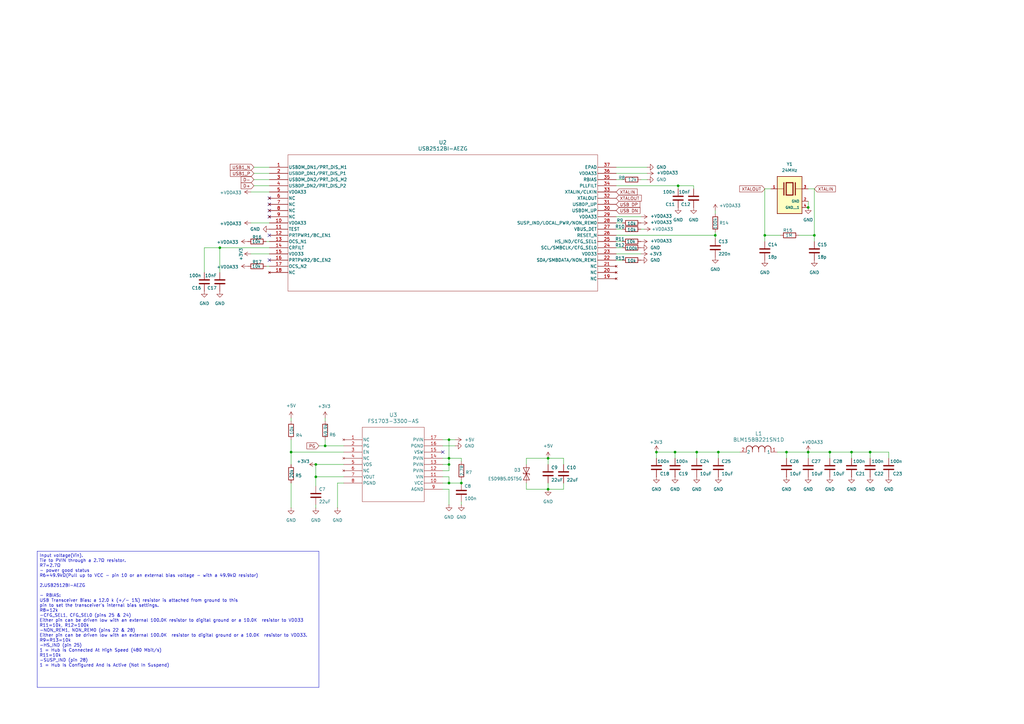
<source format=kicad_sch>
(kicad_sch (version 20231120) (generator "eeschema") (generator_version "8.0")
  (paper "A3")
  (title_block (title "USB_HUB") (date "2024-08-16") (rev "V1.1") (company "USB_HUB"))
  (lib_symbols
    (symbol "+3.3V_4" (power) (pin_names (offset 0))
      (property "Value" "+3.3V" (at 0 3.556 0))
      (symbol "+3.3V_4_0_1"
        (polyline (pts (xy -0.762 1.27) (xy 0 2.54)))
        (polyline (pts (xy 0 0) (xy 0 2.54)))
        (polyline (pts (xy 0 2.54) (xy 0.762 1.27)))
      )
      (symbol "+3.3V_4_1_1"
        (pin power_in line (at 0 0 90) (length 0) hide (name "+3.3V") (number "1"))
      )
    )
    (symbol "BLM15BB221SN1D:BLM15BB221SN1D" (pin_names (offset 0.254))
      (property "Reference" "L" (at 6.985 5.08 0))
      (property "Value" "BLM15BB221SN1D" (at 6.985 -2.54 0))
      (symbol "BLM15BB221SN1D_1_1"
        (polyline (pts (xy 2.54 0) (xy 2.54 1.27)) (stroke (width 0.2032)))
        (polyline (pts (xy 5.08 0) (xy 5.08 1.27)) (stroke (width 0.2032)))
        (polyline (pts (xy 7.62 0) (xy 7.62 1.27)) (stroke (width 0.2032)))
        (polyline (pts (xy 10.16 0) (xy 10.16 1.27)) (stroke (width 0.2032)))
        (polyline (pts (xy 12.7 0) (xy 12.7 1.27)) (stroke (width 0.2032)))
        (arc (start 5.08 1.27) (mid 3.81 2.5344) (end 2.54 1.27) (stroke (width 0.254)))
        (arc (start 7.62 1.27) (mid 6.35 2.5344) (end 5.08 1.27) (stroke (width 0.254)))
        (arc (start 10.16 1.27) (mid 8.89 2.5344) (end 7.62 1.27) (stroke (width 0.254)))
        (arc (start 12.7 1.27) (mid 11.43 2.5344) (end 10.16 1.27) (stroke (width 0.254)))
        (pin unspecified line (at 15.24 0 180) (length 2.54) (name "1") (number "1"))
        (pin unspecified line (at 0 0 0) (length 2.54) (name "2") (number "2"))
      )
      (symbol "BLM15BB221SN1D_1_2"
        (arc (start -1.27 5.08) (mid -2.5344 3.81) (end -1.27 2.54) (stroke (width 0.254)))
        (arc (start -1.27 7.62) (mid -2.5344 6.35) (end -1.27 5.08) (stroke (width 0.254)))
        (arc (start -1.27 10.16) (mid -2.5344 8.89) (end -1.27 7.62) (stroke (width 0.254)))
        (arc (start -1.27 12.7) (mid -2.5344 11.43) (end -1.27 10.16) (stroke (width 0.254)))
        (polyline (pts (xy 0 2.54) (xy -1.27 2.54)) (stroke (width 0.2032)))
        (polyline (pts (xy 0 5.08) (xy -1.27 5.08)) (stroke (width 0.2032)))
        (polyline (pts (xy 0 7.62) (xy -1.27 7.62)) (stroke (width 0.2032)))
        (polyline (pts (xy 0 10.16) (xy -1.27 10.16)) (stroke (width 0.2032)))
        (polyline (pts (xy 0 12.7) (xy -1.27 12.7)) (stroke (width 0.2032)))
        (pin unspecified line (at 0 15.24 270) (length 2.54) (name "1") (number "1"))
        (pin unspecified line (at 0 0 90) (length 2.54) (name "2") (number "2"))
      )
    )
    (symbol "Device:C" (pin_numbers hide) (pin_names (offset 0.254))
      (property "Reference" "C" (at 0.635 2.54 0))
      (property "Value" "C" (at 0.635 -2.54 0))
      (symbol "C_0_1"
        (polyline (pts (xy -2.032 -0.762) (xy 2.032 -0.762)) (stroke (width 0.508)))
        (polyline (pts (xy -2.032 0.762) (xy 2.032 0.762)) (stroke (width 0.508)))
      )
      (symbol "C_1_1"
        (pin passive line (at 0 3.81 270) (length 2.794) (name "~") (number "1"))
        (pin passive line (at 0 -3.81 90) (length 2.794) (name "~") (number "2"))
      )
    )
    (symbol "Device:R" (pin_numbers hide) (pin_names (offset 0))
      (property "Reference" "R" (at 2.032 0 90))
      (property "Value" "R" (at 0 0 90))
      (symbol "R_0_1"
        (rectangle (start -1.016 -2.54) (end 1.016 2.54) (stroke (width 0.254)))
      )
      (symbol "R_1_1"
        (pin passive line (at 0 3.81 270) (length 1.27) (name "~") (number "1"))
        (pin passive line (at 0 -3.81 90) (length 1.27) (name "~") (number "2"))
      )
    )
    (symbol "Diode:ESD9B5.0ST5G" (pin_numbers hide) (pin_names (offset 1.016) hide)
      (property "Reference" "D" (at 0 2.54 0))
      (property "Value" "ESD9B5.0ST5G" (at 0 -2.54 0))
      (symbol "ESD9B5.0ST5G_0_1"
        (polyline (pts (xy 1.27 0) (xy -1.27 0)))
        (polyline (pts (xy -2.54 -1.27) (xy 0 0) (xy -2.54 1.27) (xy -2.54 -1.27)) (stroke (width 0.2032)))
        (polyline (pts (xy 0.508 1.27) (xy 0 1.27) (xy 0 -1.27) (xy -0.508 -1.27)) (stroke (width 0.2032)))
        (polyline (pts (xy 2.54 1.27) (xy 2.54 -1.27) (xy 0 0) (xy 2.54 1.27)) (stroke (width 0.2032)))
      )
      (symbol "ESD9B5.0ST5G_1_1"
        (pin passive line (at -3.81 0 0) (length 2.54) (name "A1") (number "1"))
        (pin passive line (at 3.81 0 180) (length 2.54) (name "A2") (number "2"))
      )
    )
    (symbol "FS1703-3300-AS:FS1703-3300-AS" (pin_names (offset 0.254))
      (property "Reference" "U" (at 20.32 10.16 0))
      (property "Value" "FS1703-3300-AS" (at 20.32 7.62 0))
      (symbol "FS1703-3300-AS_0_1"
        (polyline (pts (xy 7.62 -25.4) (xy 33.02 -25.4)) (stroke (width 0.127)))
        (polyline (pts (xy 7.62 5.08) (xy 7.62 -25.4)) (stroke (width 0.127)))
        (polyline (pts (xy 33.02 -25.4) (xy 33.02 5.08)) (stroke (width 0.127)))
        (polyline (pts (xy 33.02 5.08) (xy 7.62 5.08)) (stroke (width 0.127)))
        (pin no_connect line (at 0 0 0) (length 7.62) (name "NC") (number "1"))
        (pin power_in line (at 40.64 -17.78 180) (length 7.62) (name "VCC") (number "10"))
        (pin power_in line (at 40.64 -15.24 180) (length 7.62) (name "VIN") (number "11"))
        (pin power_in line (at 40.64 -12.7 180) (length 7.62) (name "PVIN") (number "12"))
        (pin power_in line (at 40.64 -10.16 180) (length 7.62) (name "PVIN") (number "13"))
        (pin power_in line (at 40.64 -7.62 180) (length 7.62) (name "PVIN") (number "14"))
        (pin power_in line (at 40.64 -5.08 180) (length 7.62) (name "VSW") (number "15"))
        (pin power_out line (at 40.64 -2.54 180) (length 7.62) (name "PGND") (number "16"))
        (pin power_in line (at 40.64 0 180) (length 7.62) (name "PVIN") (number "17"))
        (pin output line (at 0 -2.54 0) (length 7.62) (name "PG") (number "2"))
        (pin input line (at 0 -5.08 0) (length 7.62) (name "EN") (number "3"))
        (pin no_connect line (at 0 -7.62 0) (length 7.62) (name "NC") (number "4"))
        (pin unspecified line (at 0 -10.16 0) (length 7.62) (name "VOS") (number "5"))
        (pin no_connect line (at 0 -12.7 0) (length 7.62) (name "NC") (number "6"))
        (pin output line (at 0 -15.24 0) (length 7.62) (name "VOUT") (number "7"))
        (pin power_out line (at 0 -17.78 0) (length 7.62) (name "PGND") (number "8"))
        (pin power_out line (at 40.64 -20.32 180) (length 7.62) (name "AGND") (number "9"))
      )
    )
    (symbol "L327S240P11L:TSX-3225_40.0000MF20X-K0" (pin_names (offset 1.016))
      (property "Reference" "Y" (at -5.0878 6.3559 0))
      (property "Value" "TSX-3225_40.0000MF20X-K0" (at -5.0944 -12.7 0))
      (symbol "TSX-3225_40.0000MF20X-K0_0_0"
        (rectangle (start -5.08 -10.16) (end 5.08 5.08) (stroke (width 0.254)) (fill (type background)))
        (polyline (pts (xy -5.08 0) (xy -2.54 0)) (stroke (width 0.1524)))
        (polyline (pts (xy -2.3368 2.54) (xy -2.3368 -2.54)) (stroke (width 0.4064)))
        (polyline (pts (xy -1.397 2.54) (xy -1.397 -2.54)) (stroke (width 0.4064)))
        (polyline (pts (xy -1.397 2.54) (xy 1.397 2.54)) (stroke (width 0.4064)))
        (polyline (pts (xy 1.397 -2.54) (xy -1.397 -2.54)) (stroke (width 0.4064)))
        (polyline (pts (xy 1.397 2.54) (xy 1.397 -2.54)) (stroke (width 0.4064)))
        (polyline (pts (xy 2.3368 2.54) (xy 2.3368 -2.54)) (stroke (width 0.4064)))
        (polyline (pts (xy 2.54 0) (xy 5.08 0)) (stroke (width 0.1524)))
        (pin passive line (at -7.62 0 0) (length 2.54) (name "~") (number "1"))
        (pin power_in line (at 7.62 -5.08 180) (length 2.54) (name "GND") (number "2"))
        (pin passive line (at 7.62 0 180) (length 2.54) (name "~") (number "3"))
        (pin power_in line (at 7.62 -7.62 180) (length 2.54) (name "GND__1") (number "4"))
      )
    )
    (symbol "USB2512BI_AEZG:USB2512BI-AEZG" (pin_names (offset 0.254))
      (property "Reference" "U" (at 71.12 10.16 0))
      (property "Value" "USB2512BI-AEZG" (at 71.12 7.62 0))
      (symbol "USB2512BI-AEZG_0_1"
        (polyline (pts (xy 7.62 -50.8) (xy 134.62 -50.8)) (stroke (width 0.127)))
        (polyline (pts (xy 7.62 5.08) (xy 7.62 -50.8)) (stroke (width 0.127)))
        (polyline (pts (xy 134.62 -50.8) (xy 134.62 5.08)) (stroke (width 0.127)))
        (polyline (pts (xy 134.62 5.08) (xy 7.62 5.08)) (stroke (width 0.127)))
        (pin bidirectional line (at 0 0 0) (length 7.62) (name "USBDM_DN1/PRT_DIS_M1") (number "1"))
        (pin power_in line (at 0 -22.86 0) (length 7.62) (name "VDDA33") (number "10"))
        (pin bidirectional line (at 0 -25.4 0) (length 7.62) (name "TEST") (number "11"))
        (pin bidirectional line (at 0 -27.94 0) (length 7.62) (name "PRTPWR1/BC_EN1") (number "12"))
        (pin bidirectional line (at 0 -30.48 0) (length 7.62) (name "OCS_N1") (number "13"))
        (pin bidirectional line (at 0 -33.02 0) (length 7.62) (name "CRFILT") (number "14"))
        (pin power_in line (at 0 -35.56 0) (length 7.62) (name "VDD33") (number "15"))
        (pin bidirectional line (at 0 -38.1 0) (length 7.62) (name "PRTPWR2/BC_EN2") (number "16"))
        (pin bidirectional line (at 0 -40.64 0) (length 7.62) (name "OCS_N2") (number "17"))
        (pin no_connect line (at 0 -43.18 0) (length 7.62) (name "NC") (number "18"))
        (pin no_connect line (at 142.24 -45.72 180) (length 7.62) (name "NC") (number "19"))
        (pin bidirectional line (at 0 -2.54 0) (length 7.62) (name "USBDP_DN1/PRT_DIS_P1") (number "2"))
        (pin no_connect line (at 142.24 -43.18 180) (length 7.62) (name "NC") (number "20"))
        (pin no_connect line (at 142.24 -40.64 180) (length 7.62) (name "NC") (number "21"))
        (pin bidirectional line (at 142.24 -38.1 180) (length 7.62) (name "SDA/SMBDATA/NON_REM1") (number "22"))
        (pin power_in line (at 142.24 -35.56 180) (length 7.62) (name "VDD33") (number "23"))
        (pin bidirectional line (at 142.24 -33.02 180) (length 7.62) (name "SCL/SMBCLK/CFG_SEL0") (number "24"))
        (pin bidirectional line (at 142.24 -30.48 180) (length 7.62) (name "HS_IND/CFG_SEL1") (number "25"))
        (pin bidirectional line (at 142.24 -27.94 180) (length 7.62) (name "RESET_N") (number "26"))
        (pin bidirectional line (at 142.24 -25.4 180) (length 7.62) (name "VBUS_DET") (number "27"))
        (pin bidirectional line (at 142.24 -22.86 180) (length 7.62) (name "SUSP_IND/LOCAL_PWR/NON_REM0") (number "28"))
        (pin power_in line (at 142.24 -20.32 180) (length 7.62) (name "VDDA33") (number "29"))
        (pin bidirectional line (at 0 -5.08 0) (length 7.62) (name "USBDM_DN2/PRT_DIS_M2") (number "3"))
        (pin bidirectional line (at 142.24 -17.78 180) (length 7.62) (name "USBDM_UP") (number "30"))
        (pin bidirectional line (at 142.24 -15.24 180) (length 7.62) (name "USBDP_UP") (number "31"))
        (pin output line (at 142.24 -12.7 180) (length 7.62) (name "XTALOUT") (number "32"))
        (pin input line (at 142.24 -10.16 180) (length 7.62) (name "XTALIN/CLKIN") (number "33"))
        (pin bidirectional line (at 142.24 -7.62 180) (length 7.62) (name "PLLFILT") (number "34"))
        (pin bidirectional line (at 142.24 -5.08 180) (length 7.62) (name "RBIAS") (number "35"))
        (pin power_in line (at 142.24 -2.54 180) (length 7.62) (name "VDDA33") (number "36"))
        (pin unspecified line (at 142.24 0 180) (length 7.62) (name "EPAD") (number "37"))
        (pin bidirectional line (at 0 -7.62 0) (length 7.62) (name "USBDP_DN2/PRT_DIS_P2") (number "4"))
        (pin power_in line (at 0 -10.16 0) (length 7.62) (name "VDDA33") (number "5"))
        (pin no_connect line (at 0 -12.7 0) (length 7.62) (name "NC") (number "6"))
        (pin no_connect line (at 0 -15.24 0) (length 7.62) (name "NC") (number "7"))
        (pin no_connect line (at 0 -17.78 0) (length 7.62) (name "NC") (number "8"))
        (pin no_connect line (at 0 -20.32 0) (length 7.62) (name "NC") (number "9"))
      )
    )
    (symbol "power:GND" (power) (pin_numbers hide) (pin_names (offset 0) hide)
      (property "Value" "GND" (at 0 -3.81 0))
      (symbol "GND_0_1"
        (polyline (pts (xy 0 0) (xy 0 -1.27) (xy 1.27 -1.27) (xy 0 -2.54) (xy -1.27 -1.27) (xy 0 -1.27)))
      )
      (symbol "GND_1_1"
        (pin power_in line (at 0 0 270) (length 0) (name "~") (number "1"))
      )
    )
  )
  (junction (at 313.69 96.52))
  (junction (at 293.37 96.52))
  (junction (at 285.75 185.42))
  (junction (at 331.47 85.09))
  (junction (at 184.15 187.96))
  (junction (at 90.17 101.6))
  (junction (at 129.54 190.5))
  (junction (at 322.58 185.42))
  (junction (at 119.38 185.42))
  (junction (at 133.35 182.88))
  (junction (at 356.87 185.42))
  (junction (at 331.47 185.42))
  (junction (at 189.23 198.12))
  (junction (at 184.15 198.12))
  (junction (at 184.15 190.5))
  (junction (at 224.79 187.96))
  (junction (at 184.15 180.34))
  (junction (at 334.01 96.52))
  (junction (at 129.54 195.58))
  (junction (at 278.13 76.2))
  (junction (at 340.36 185.42))
  (junction (at 224.79 200.66))
  (junction (at 294.64 185.42))
  (junction (at 276.86 185.42))
  (junction (at 349.25 185.42))
  (junction (at 269.24 185.42))
  (no_connect (at 181.61 185.42))
  (no_connect (at 110.49 96.52))
  (no_connect (at 110.49 88.9))
  (no_connect (at 110.49 86.36))
  (no_connect (at 110.49 81.28))
  (no_connect (at 110.49 106.68))
  (no_connect (at 110.49 83.82))
  (wire (pts (xy 184.15 187.96) (xy 184.15 180.34)))
  (wire (pts (xy 90.17 111.76) (xy 90.17 101.6)))
  (wire (pts (xy 104.14 71.12) (xy 110.49 71.12)))
  (wire (pts (xy 334.01 96.52) (xy 334.01 99.06)))
  (wire (pts (xy 189.23 205.74) (xy 189.23 207.01)))
  (wire (pts (xy 284.48 77.47) (xy 284.48 76.2)))
  (wire (pts (xy 104.14 68.58) (xy 110.49 68.58)))
  (wire (pts (xy 334.01 77.47) (xy 331.47 77.47)))
  (wire (pts (xy 327.66 96.52) (xy 334.01 96.52)))
  (wire (pts (xy 331.47 187.96) (xy 331.47 185.42)))
  (wire (pts (xy 129.54 199.39) (xy 129.54 195.58)))
  (wire (pts (xy 184.15 190.5) (xy 184.15 187.96)))
  (wire (pts (xy 181.61 193.04) (xy 184.15 193.04)))
  (wire (pts (xy 293.37 95.25) (xy 293.37 96.52)))
  (wire (pts (xy 119.38 185.42) (xy 119.38 190.5)))
  (wire (pts (xy 252.73 71.12) (xy 265.43 71.12)))
  (wire (pts (xy 119.38 198.12) (xy 119.38 208.28)))
  (wire (pts (xy 133.35 171.45) (xy 133.35 172.72)))
  (wire (pts (xy 129.54 195.58) (xy 140.97 195.58)))
  (wire (pts (xy 364.49 187.96) (xy 364.49 185.42)))
  (wire (pts (xy 181.61 182.88) (xy 186.69 182.88)))
  (wire (pts (xy 252.73 91.44) (xy 255.27 91.44)))
  (wire (pts (xy 189.23 196.85) (xy 189.23 198.12)))
  (wire (pts (xy 252.73 106.68) (xy 255.27 106.68)))
  (wire (pts (xy 184.15 198.12) (xy 181.61 198.12)))
  (wire (pts (xy 322.58 187.96) (xy 322.58 185.42)))
  (wire (pts (xy 104.14 73.66) (xy 110.49 73.66)))
  (wire (pts (xy 83.82 111.76) (xy 83.82 101.6)))
  (wire (pts (xy 184.15 200.66) (xy 184.15 207.01)))
  (wire (pts (xy 278.13 77.47) (xy 278.13 76.2)))
  (wire (pts (xy 215.9 187.96) (xy 224.79 187.96)))
  (wire (pts (xy 265.43 68.58) (xy 252.73 68.58)))
  (wire (pts (xy 285.75 185.42) (xy 294.64 185.42)))
  (wire (pts (xy 215.9 190.5) (xy 215.9 187.96)))
  (wire (pts (xy 181.61 187.96) (xy 184.15 187.96)))
  (wire (pts (xy 231.14 187.96) (xy 231.14 190.5)))
  (wire (pts (xy 318.77 185.42) (xy 322.58 185.42)))
  (wire (pts (xy 224.79 187.96) (xy 224.79 190.5)))
  (wire (pts (xy 224.79 198.12) (xy 224.79 200.66)))
  (wire (pts (xy 184.15 180.34) (xy 186.69 180.34)))
  (wire (pts (xy 231.14 200.66) (xy 231.14 198.12)))
  (wire (pts (xy 119.38 171.45) (xy 119.38 172.72)))
  (wire (pts (xy 276.86 185.42) (xy 276.86 187.96)))
  (wire (pts (xy 109.22 109.22) (xy 110.49 109.22)))
  (wire (pts (xy 349.25 185.42) (xy 356.87 185.42)))
  (wire (pts (xy 285.75 187.96) (xy 285.75 185.42)))
  (wire (pts (xy 340.36 187.96) (xy 340.36 185.42)))
  (wire (pts (xy 215.9 200.66) (xy 224.79 200.66)))
  (wire (pts (xy 252.73 101.6) (xy 255.27 101.6)))
  (wire (pts (xy 83.82 101.6) (xy 90.17 101.6)))
  (wire (pts (xy 102.87 91.44) (xy 110.49 91.44)))
  (wire (pts (xy 102.87 104.14) (xy 110.49 104.14)))
  (wire (pts (xy 294.64 187.96) (xy 294.64 185.42)))
  (wire (pts (xy 294.64 185.42) (xy 303.53 185.42)))
  (wire (pts (xy 189.23 198.12) (xy 184.15 198.12)))
  (wire (pts (xy 129.54 208.28) (xy 129.54 207.01)))
  (wire (pts (xy 181.61 200.66) (xy 184.15 200.66)))
  (wire (pts (xy 322.58 185.42) (xy 331.47 185.42)))
  (wire (pts (xy 356.87 185.42) (xy 356.87 187.96)))
  (wire (pts (xy 140.97 198.12) (xy 138.43 198.12)))
  (wire (pts (xy 181.61 195.58) (xy 184.15 195.58)))
  (wire (pts (xy 313.69 96.52) (xy 320.04 96.52)))
  (wire (pts (xy 293.37 86.36) (xy 293.37 87.63)))
  (wire (pts (xy 313.69 96.52) (xy 313.69 99.06)))
  (wire (pts (xy 278.13 76.2) (xy 252.73 76.2)))
  (wire (pts (xy 278.13 76.2) (xy 284.48 76.2)))
  (wire (pts (xy 90.17 101.6) (xy 110.49 101.6)))
  (wire (pts (xy 138.43 198.12) (xy 138.43 208.28)))
  (wire (pts (xy 252.73 96.52) (xy 293.37 96.52)))
  (wire (pts (xy 252.73 88.9) (xy 262.89 88.9)))
  (wire (pts (xy 102.87 78.74) (xy 110.49 78.74)))
  (wire (pts (xy 252.73 73.66) (xy 255.27 73.66)))
  (wire (pts (xy 133.35 182.88) (xy 140.97 182.88)))
  (wire (pts (xy 269.24 185.42) (xy 276.86 185.42)))
  (wire (pts (xy 224.79 187.96) (xy 231.14 187.96)))
  (wire (pts (xy 109.22 99.06) (xy 110.49 99.06)))
  (wire (pts (xy 340.36 185.42) (xy 349.25 185.42)))
  (wire (pts (xy 184.15 193.04) (xy 184.15 190.5)))
  (wire (pts (xy 189.23 189.23) (xy 189.23 187.96)))
  (wire (pts (xy 331.47 82.55) (xy 331.47 85.09)))
  (wire (pts (xy 224.79 200.66) (xy 231.14 200.66)))
  (wire (pts (xy 215.9 198.12) (xy 215.9 200.66)))
  (wire (pts (xy 252.73 99.06) (xy 255.27 99.06)))
  (wire (pts (xy 129.54 190.5) (xy 129.54 195.58)))
  (wire (pts (xy 313.69 77.47) (xy 313.69 96.52)))
  (wire (pts (xy 104.14 76.2) (xy 110.49 76.2)))
  (wire (pts (xy 181.61 180.34) (xy 184.15 180.34)))
  (wire (pts (xy 276.86 185.42) (xy 285.75 185.42)))
  (wire (pts (xy 133.35 180.34) (xy 133.35 182.88)))
  (wire (pts (xy 252.73 104.14) (xy 262.89 104.14)))
  (wire (pts (xy 189.23 187.96) (xy 184.15 187.96)))
  (wire (pts (xy 119.38 185.42) (xy 140.97 185.42)))
  (wire (pts (xy 349.25 185.42) (xy 349.25 187.96)))
  (wire (pts (xy 130.81 182.88) (xy 133.35 182.88)))
  (wire (pts (xy 181.61 190.5) (xy 184.15 190.5)))
  (wire (pts (xy 269.24 185.42) (xy 269.24 187.96)))
  (wire (pts (xy 356.87 185.42) (xy 364.49 185.42)))
  (wire (pts (xy 293.37 96.52) (xy 293.37 97.79)))
  (wire (pts (xy 331.47 185.42) (xy 340.36 185.42)))
  (wire (pts (xy 119.38 180.34) (xy 119.38 185.42)))
  (wire (pts (xy 334.01 77.47) (xy 334.01 96.52)))
  (wire (pts (xy 262.89 73.66) (xy 265.43 73.66)))
  (wire (pts (xy 262.89 93.98) (xy 264.16 93.98)))
  (wire (pts (xy 252.73 93.98) (xy 255.27 93.98)))
  (wire (pts (xy 140.97 190.5) (xy 129.54 190.5)))
  (wire (pts (xy 313.69 77.47) (xy 316.23 77.47)))
  (wire (pts (xy 184.15 195.58) (xy 184.15 198.12)))
  (text_box "Input voltage(Vin). \nTie to PVIN through a 2.7Ω resistor.\nR7=2.7Ω\n- power good status\nR6=49.9kΩ(Pull up to VCC - pin 10 or an external bias voltage - with a 49.9kΩ resistor)\n\n2.USB2512BI-AEZG\n\n- RBIAS:\nUSB Transceiver Bias: a 12.0 k (+/- 1%) resistor is attached from ground to this\npin to set the transceiver's internal bias settings.\nR8=12k\n-CFG_SEL1, CFG_SEL0 (pins 25 & 24)\nEither pin can be driven low with an external 100.0K resistor to digital ground or a 10.0K  resistor to VDD33\nR11=10k, R12=100k\n-NON_REM1, NON_REM0 (pins 22 & 28)\nEither pin can be driven low with an external 100.0K  resistor to digital ground or a 10.0K  resistor to VDD33. \nR9=R13=10k\n-HS_IND (pin 25)\n1 = Hub Is Connected At High Speed (480 Mbit/s)\nR11=10k\n-SUSP_IND (pin 28)\n1 = Hub Is Configured And Is Active (Not In Suspend) \n" (at 15.24 226.06 0) (size 115.57 55.88) (effects (font (size 1.27 1.27)) (justify left top)))
  (global_label "XTALOUT" (shape input) (at 252.73 81.28 0) (property "Intersheetrefs" "${INTERSHEET_REFS}" (effects (hide yes))))
  (global_label "PG" (shape input) (at 130.81 182.88 180) (property "Intersheetrefs" "${INTERSHEET_REFS}" (effects (hide yes))))
  (global_label "D+" (shape input) (at 104.14 76.2 180) (property "Intersheetrefs" "${INTERSHEET_REFS}" (effects (hide yes))))
  (global_label "USB DN" (shape input) (at 252.73 86.36 0) (property "Intersheetrefs" "${INTERSHEET_REFS}" (effects (hide yes))))
  (global_label "XTALIN" (shape input) (at 334.01 77.47 0) (property "Intersheetrefs" "${INTERSHEET_REFS}" (effects (hide yes))))
  (global_label "USB1_P" (shape input) (at 104.14 71.12 180) (property "Intersheetrefs" "${INTERSHEET_REFS}" (effects (hide yes))))
  (global_label "USB DP" (shape input) (at 252.73 83.82 0) (property "Intersheetrefs" "${INTERSHEET_REFS}" (effects (hide yes))))
  (global_label "USB1_N" (shape input) (at 104.14 68.58 180) (property "Intersheetrefs" "${INTERSHEET_REFS}" (effects (hide yes))))
  (global_label "XTALIN" (shape input) (at 252.73 78.74 0) (property "Intersheetrefs" "${INTERSHEET_REFS}" (effects (hide yes))))
  (global_label "D-" (shape input) (at 104.14 73.66 180) (property "Intersheetrefs" "${INTERSHEET_REFS}" (effects (hide yes))))
  (global_label "XTALOUT" (shape input) (at 313.69 77.47 180) (property "Intersheetrefs" "${INTERSHEET_REFS}" (effects (hide yes))))
  (symbol (lib_id "Device:R") (at 323.85 96.52 270) (unit 1)
    (property "Reference" "R15" (at 323.088 94.488 90))
    (property "Value" "1M" (at 323.596 96.52 90))
    (property "Footprint" "Resistor_SMD:R_0201_0603Metric" (effects (hide yes)))
    (property "Description" "Resistor" (effects (hide yes)))
    (property "Part" "RC0201FR-071ML" (effects (hide yes)))
  )
  (symbol (lib_id "power:GND") (at 269.24 195.58 0) (unit 1)
    (property "Reference" "#PWR065" (effects (hide yes)))
    (property "Value" "GND" (at 269.24 200.66 0))
    (property "Description" "Power symbol creates a global label with name \"GND\" , ground" (effects (hide yes)))
  )
  (symbol (lib_id "Device:R") (at 133.35 176.53 0) (unit 1)
    (property "Reference" "R6" (at 136.398 178.308 0))
    (property "Value" "49.9k" (at 133.604 176.53 90))
    (property "Footprint" "Resistor_SMD:R_0201_0603Metric" (effects (hide yes)))
    (property "Description" "Resistor" (effects (hide yes)))
    (property "Part" "RC0201FR-0749K9L" (effects (hide yes)))
  )
  (symbol (lib_id "Device:C") (at 313.69 102.87 0) (unit 1)
    (property "Reference" "C14" (at 314.96 100.33 0) (effects (justify left)))
    (property "Value" "18p" (at 314.96 105.41 0) (effects (justify left)))
    (property "Footprint" "Capacitor_SMD:C_0201_0603Metric" (effects (hide yes)))
    (property "Description" "Capacitor" (effects (hide yes)))
    (property "Part" "GRM0335C1E180JA01J" (effects (hide yes)))
  )
  (symbol (lib_id "power:GND") (at 129.54 208.28 0) (unit 1)
    (property "Reference" "#PWR032" (effects (hide yes)))
    (property "Value" "GND" (at 129.54 213.36 0))
    (property "Description" "Power symbol creates a global label with name \"GND\" , ground" (effects (hide yes)))
  )
  (symbol (lib_id "Device:C") (at 285.75 191.77 0) (unit 1)
    (property "Reference" "C24" (at 287.02 189.23 0) (effects (justify left)))
    (property "Value" "10uF" (at 287.02 194.31 0) (effects (justify left)))
    (property "Footprint" "Capacitor_SMD:C_0402_1005Metric" (effects (hide yes)))
    (property "Description" "Capacitor" (effects (hide yes)))
    (property "Part" "CL05A106MP5NUNC" (effects (hide yes)))
  )
  (symbol (lib_id "power:GND") (at 294.64 195.58 0) (unit 1)
    (property "Reference" "#PWR074" (effects (hide yes)))
    (property "Value" "GND" (at 294.64 200.66 0))
    (property "Description" "Power symbol creates a global label with name \"GND\" , ground" (effects (hide yes)))
  )
  (symbol (lib_id "Device:R") (at 259.08 106.68 270) (unit 1)
    (property "Reference" "R13" (at 254.254 105.918 90))
    (property "Value" "10k" (at 259.08 106.934 90))
    (property "Footprint" "Resistor_SMD:R_0201_0603Metric" (effects (hide yes)))
    (property "Description" "Resistor" (effects (hide yes)))
    (property "Part" "RC0201JR-0710KL" (effects (hide yes)))
  )
  (symbol (lib_id "FS1703-3300-AS:FS1703-3300-AS") (at 140.97 180.34 0) (unit 1)
    (property "Reference" "U3" (at 161.29 170.18 0) (effects (font (size 1.524 1.524))))
    (property "Value" "FS1703-3300-AS" (at 161.29 172.72 0) (effects (font (size 1.524 1.524))))
    (property "Footprint" "FS1703-3300-AS:P11F1_TDK" (effects (hide yes)))
    (property "Datasheet" "FS1703-3300-AS" (effects (hide yes)))
  )
  (symbol (lib_id "power:GND") (at 356.87 195.58 0) (unit 1)
    (property "Reference" "#PWR069" (effects (hide yes)))
    (property "Value" "GND" (at 356.87 200.66 0))
    (property "Description" "Power symbol creates a global label with name \"GND\" , ground" (effects (hide yes)))
  )
  (symbol (lib_id "Device:C") (at 322.58 191.77 0) (unit 1)
    (property "Reference" "C26" (at 323.85 189.23 0) (effects (justify left)))
    (property "Value" "10uF" (at 323.85 194.31 0) (effects (justify left)))
    (property "Footprint" "Capacitor_SMD:C_0402_1005Metric" (effects (hide yes)))
    (property "Description" "Capacitor" (effects (hide yes)))
    (property "Part" "CL05A106MP5NUNC" (effects (hide yes)))
  )
  (symbol (lib_id "Device:C") (at 364.49 191.77 180) (unit 1)
    (property "Reference" "C23" (at 370.078 194.31 0) (effects (justify left)))
    (property "Value" "100n" (at 370.078 189.23 0) (effects (justify left)))
    (property "Footprint" "Capacitor_SMD:C_0201_0603Metric" (effects (hide yes)))
    (property "Description" "Capacitor" (effects (hide yes)))
    (property "Part" "C0201X5R104K160NT" (effects (hide yes)))
  )
  (symbol (lib_name "+3.3V_4") (lib_id "power:+3.3V") (at 119.38 171.45 0) (unit 1)
    (property "Reference" "#PWR030" (effects (hide yes)))
    (property "Value" "+5V" (at 119.38 166.37 0))
  )
  (symbol (lib_id "power:GND") (at 349.25 195.58 0) (unit 1)
    (property "Reference" "#PWR068" (effects (hide yes)))
    (property "Value" "GND" (at 349.25 200.66 0))
    (property "Description" "Power symbol creates a global label with name \"GND\" , ground" (effects (hide yes)))
  )
  (symbol (lib_id "power:GND") (at 224.79 200.66 0) (unit 1)
    (property "Reference" "#PWR042" (effects (hide yes)))
    (property "Value" "GND" (at 224.79 205.74 0))
    (property "Description" "Power symbol creates a global label with name \"GND\" , ground" (effects (hide yes)))
  )
  (symbol (lib_name "+3.3V_4") (lib_id "power:+3.3V") (at 224.79 187.96 0) (unit 1)
    (property "Reference" "#PWR041" (effects (hide yes)))
    (property "Value" "+5V" (at 224.79 182.88 0))
  )
  (symbol (lib_id "power:GND") (at 189.23 207.01 0) (unit 1)
    (property "Reference" "#PWR038" (effects (hide yes)))
    (property "Value" "GND" (at 189.23 212.09 0))
    (property "Description" "Power symbol creates a global label with name \"GND\" , ground" (effects (hide yes)))
  )
  (symbol (lib_id "Device:C") (at 231.14 194.31 0) (unit 1)
    (property "Reference" "C10" (at 232.41 191.77 0) (effects (justify left)))
    (property "Value" "22uF" (at 232.41 196.85 0) (effects (justify left)))
    (property "Footprint" "Capacitor_SMD:C_0402_1005Metric" (effects (hide yes)))
    (property "Description" "Capacitor" (effects (hide yes)))
    (property "Part" "GRM155R61A225KE95D" (effects (hide yes)))
  )
  (symbol (lib_id "power:GND") (at 262.89 101.6 90) (unit 1)
    (property "Reference" "#PWR046" (effects (hide yes)))
    (property "Value" "GND" (at 266.7 101.5999 90) (effects (justify right)))
    (property "Description" "Power symbol creates a global label with name \"GND\" , ground" (effects (hide yes)))
  )
  (symbol (lib_id "power:GND") (at 322.58 195.58 0) (unit 1)
    (property "Reference" "#PWR075" (effects (hide yes)))
    (property "Value" "GND" (at 322.58 200.66 0))
    (property "Description" "Power symbol creates a global label with name \"GND\" , ground" (effects (hide yes)))
  )
  (symbol (lib_id "Device:R") (at 259.08 93.98 270) (unit 1)
    (property "Reference" "R10" (at 254.254 92.964 90))
    (property "Value" "10k" (at 259.08 94.234 90))
    (property "Footprint" "Resistor_SMD:R_0201_0603Metric" (effects (hide yes)))
    (property "Description" "Resistor" (effects (hide yes)))
    (property "Part" "RC0201JR-0710KL" (effects (hide yes)))
  )
  (symbol (lib_id "Device:R") (at 259.08 101.6 270) (unit 1)
    (property "Reference" "R12" (at 254.254 100.584 90))
    (property "Value" "100k" (at 259.08 101.854 90))
    (property "Footprint" "Resistor_SMD:R_0201_0603Metric" (effects (hide yes)))
    (property "Description" "Resistor" (effects (hide yes)))
    (property "Part" "RTT011003FTH" (effects (hide yes)))
  )
  (symbol (lib_id "Device:C") (at 331.47 191.77 0) (unit 1)
    (property "Reference" "C27" (at 332.74 189.23 0) (effects (justify left)))
    (property "Value" "10uF" (at 332.74 194.31 0) (effects (justify left)))
    (property "Footprint" "Capacitor_SMD:C_0402_1005Metric" (effects (hide yes)))
    (property "Description" "Capacitor" (effects (hide yes)))
    (property "Part" "CL05A106MP5NUNC" (effects (hide yes)))
  )
  (symbol (lib_id "power:GND") (at 331.47 85.09 0) (unit 1)
    (property "Reference" "#PWR058" (effects (hide yes)))
    (property "Value" "GND" (at 331.47 90.17 0))
    (property "Description" "Power symbol creates a global label with name \"GND\" , ground" (effects (hide yes)))
  )
  (symbol (lib_id "Device:C") (at 349.25 191.77 180) (unit 1)
    (property "Reference" "C21" (at 354.838 194.31 0) (effects (justify left)))
    (property "Value" "100n" (at 354.838 189.23 0) (effects (justify left)))
    (property "Footprint" "Capacitor_SMD:C_0201_0603Metric" (effects (hide yes)))
    (property "Description" "Capacitor" (effects (hide yes)))
    (property "Part" "C0201X5R104K160NT" (effects (hide yes)))
  )
  (symbol (lib_id "Device:C") (at 269.24 191.77 180) (unit 1)
    (property "Reference" "C18" (at 274.574 194.31 0) (effects (justify left)))
    (property "Value" "100n" (at 274.574 189.23 0) (effects (justify left)))
    (property "Footprint" "Capacitor_SMD:C_0201_0603Metric" (effects (hide yes)))
    (property "Description" "Capacitor" (effects (hide yes)))
    (property "Part" "C0201X5R104K160NT" (effects (hide yes)))
  )
  (symbol (lib_id "Device:C") (at 276.86 191.77 180) (unit 1)
    (property "Reference" "C19" (at 282.194 194.31 0) (effects (justify left)))
    (property "Value" "100n" (at 282.194 189.23 0) (effects (justify left)))
    (property "Footprint" "Capacitor_SMD:C_0201_0603Metric" (effects (hide yes)))
    (property "Description" "Capacitor" (effects (hide yes)))
    (property "Part" "C0201X5R104K160NT" (effects (hide yes)))
  )
  (symbol (lib_id "power:GND") (at 340.36 195.58 0) (unit 1)
    (property "Reference" "#PWR077" (effects (hide yes)))
    (property "Value" "GND" (at 340.36 200.66 0))
    (property "Description" "Power symbol creates a global label with name \"GND\" , ground" (effects (hide yes)))
  )
  (symbol (lib_id "L327S240P11L:TSX-3225_40.0000MF20X-K0") (at 323.85 77.47 0) (unit 1)
    (property "Reference" "Y1" (at 323.85 67.31 0))
    (property "Value" "24MHz" (at 323.85 69.85 0))
    (property "Footprint" "L327S240P11L:XTAL_TSX-3225_40.0000MF20X-K0" (effects (hide yes)))
    (property "part num" "L327S240P11L" (effects (hide yes)))
    (property "STANDARD" "Manufacturer Recommendations" (effects (hide yes)))
    (property "MAXIMUM_PACKAGE_HEIGHT" "0.6 mm" (effects (hide yes)))
    (property "MANUFACTURER" "EPSON" (effects (hide yes)))
    (property "PARTREV" "N/A" (effects (hide yes)))
  )
  (symbol (lib_name "+3.3V_4") (lib_id "power:+3.3V") (at 101.6 109.22 90) (unit 1)
    (property "Reference" "#PWR062" (effects (hide yes)))
    (property "Value" "+VDDA33" (at 97.79 109.474 90) (effects (justify left)))
  )
  (symbol (lib_id "Device:C") (at 90.17 115.57 180) (unit 1)
    (property "Reference" "C17" (at 88.9 118.11 0) (effects (justify left)))
    (property "Value" "10nF" (at 88.9 113.03 0) (effects (justify left)))
    (property "Footprint" "Capacitor_SMD:C_0201_0603Metric" (effects (hide yes)))
    (property "Description" "16V 1uF X5R ±20% 0201  Multilayer Ceramic Capacitors MLCC - SMD/SMT ROHS" (effects (hide yes)))
    (property "Part" "GRM033R71A103KA01D" (effects (hide yes)))
  )
  (symbol (lib_id "Device:C") (at 356.87 191.77 180) (unit 1)
    (property "Reference" "C22" (at 362.458 194.31 0) (effects (justify left)))
    (property "Value" "100n" (at 362.458 189.23 0) (effects (justify left)))
    (property "Footprint" "Capacitor_SMD:C_0201_0603Metric" (effects (hide yes)))
    (property "Description" "Capacitor" (effects (hide yes)))
    (property "Part" "C0201X5R104K160NT" (effects (hide yes)))
  )
  (symbol (lib_name "+3.3V_4") (lib_id "power:+3.3V") (at 186.69 180.34 270) (unit 1)
    (property "Reference" "#PWR036" (effects (hide yes)))
    (property "Value" "+5V" (at 190.5 180.3399 90) (effects (justify left)))
  )
  (symbol (lib_id "Device:R") (at 293.37 91.44 0) (unit 1)
    (property "Reference" "R14" (at 296.926 91.44 0))
    (property "Value" "100k" (at 293.37 91.694 90))
    (property "Footprint" "Resistor_SMD:R_0201_0603Metric" (effects (hide yes)))
    (property "Description" "Resistor" (effects (hide yes)))
    (property "Part" "RTT011003FTH" (effects (hide yes)))
  )
  (symbol (lib_id "power:GND") (at 276.86 195.58 0) (unit 1)
    (property "Reference" "#PWR066" (effects (hide yes)))
    (property "Value" "GND" (at 276.86 200.66 0))
    (property "Description" "Power symbol creates a global label with name \"GND\" , ground" (effects (hide yes)))
  )
  (symbol (lib_name "+3.3V_4") (lib_id "power:+3.3V") (at 133.35 171.45 0) (unit 1)
    (property "Reference" "#PWR033" (effects (hide yes)))
    (property "Value" "+3V3" (at 130.302 166.624 0) (effects (justify left)))
  )
  (symbol (lib_id "USB2512BI_AEZG:USB2512BI-AEZG") (at 110.49 68.58 0) (unit 1)
    (property "Reference" "U2" (at 181.61 58.42 0) (effects (font (size 1.524 1.524))))
    (property "Value" "USB2512BI-AEZG" (at 181.61 60.96 0) (effects (font (size 1.524 1.524))))
    (property "Footprint" "QFN36_6X6MC_MCH" (effects (hide yes)))
    (property "Datasheet" "USB2512BI-AEZG" (effects (hide yes)))
  )
  (symbol (lib_name "+3.3V_4") (lib_id "power:+3.3V") (at 262.89 88.9 270) (unit 1)
    (property "Reference" "#PWR043" (effects (hide yes)))
    (property "Value" "+VDDA33" (at 266.7 88.646 90) (effects (justify left)))
  )
  (symbol (lib_id "Device:C") (at 340.36 191.77 0) (unit 1)
    (property "Reference" "C28" (at 341.63 189.23 0) (effects (justify left)))
    (property "Value" "10uF" (at 341.63 194.31 0) (effects (justify left)))
    (property "Footprint" "Capacitor_SMD:C_0402_1005Metric" (effects (hide yes)))
    (property "Description" "Capacitor" (effects (hide yes)))
    (property "Part" "CL05A106MP5NUNC" (effects (hide yes)))
  )
  (symbol (lib_name "+3.3V_4") (lib_id "power:+3.3V") (at 102.87 91.44 90) (unit 1)
    (property "Reference" "#PWR028" (effects (hide yes)))
    (property "Value" "+VDDA33" (at 99.06 91.694 90) (effects (justify left)))
  )
  (symbol (lib_id "power:GND") (at 285.75 195.58 0) (unit 1)
    (property "Reference" "#PWR073" (effects (hide yes)))
    (property "Value" "GND" (at 285.75 200.66 0))
    (property "Description" "Power symbol creates a global label with name \"GND\" , ground" (effects (hide yes)))
  )
  (symbol (lib_id "power:GND") (at 293.37 105.41 0) (unit 1)
    (property "Reference" "#PWR056" (effects (hide yes)))
    (property "Value" "GND" (at 293.37 110.49 0))
    (property "Description" "Power symbol creates a global label with name \"GND\" , ground" (effects (hide yes)))
  )
  (symbol (lib_id "power:GND") (at 83.82 119.38 0) (unit 1)
    (property "Reference" "#PWR063" (effects (hide yes)))
    (property "Value" "GND" (at 83.82 124.46 0))
    (property "Description" "Power symbol creates a global label with name \"GND\" , ground" (effects (hide yes)))
  )
  (symbol (lib_id "Device:C") (at 224.79 194.31 0) (unit 1)
    (property "Reference" "C9" (at 226.06 191.77 0) (effects (justify left)))
    (property "Value" "22uF" (at 226.06 196.85 0) (effects (justify left)))
    (property "Footprint" "Capacitor_SMD:C_0402_1005Metric" (effects (hide yes)))
    (property "Description" "Capacitor" (effects (hide yes)))
    (property "Part" "GRM155R61A225KE95D" (effects (hide yes)))
  )
  (symbol (lib_id "Device:R") (at 259.08 73.66 90) (unit 1)
    (property "Reference" "R8" (at 255.016 72.898 90))
    (property "Value" "12k" (at 259.334 73.66 90))
    (property "Footprint" "Resistor_SMD:R_0201_0603Metric" (effects (hide yes)))
    (property "Description" "Resistor" (effects (hide yes)))
    (property "Part" "0201WMF1202TEE" (effects (hide yes)))
  )
  (symbol (lib_id "Device:C") (at 294.64 191.77 0) (unit 1)
    (property "Reference" "C25" (at 295.91 189.23 0) (effects (justify left)))
    (property "Value" "10uF" (at 295.91 194.31 0) (effects (justify left)))
    (property "Footprint" "Capacitor_SMD:C_0402_1005Metric" (effects (hide yes)))
    (property "Description" "Capacitor" (effects (hide yes)))
    (property "Part" "CL05A106MP5NUNC" (effects (hide yes)))
  )
  (symbol (lib_id "Device:C") (at 293.37 101.6 0) (unit 1)
    (property "Reference" "C13" (at 294.64 99.06 0) (effects (justify left)))
    (property "Value" "220n" (at 294.64 104.14 0) (effects (justify left)))
    (property "Footprint" "Capacitor_SMD:C_0201_0603Metric" (effects (hide yes)))
    (property "Description" "Capacitor" (effects (hide yes)))
    (property "Part" "GRM033C80J224ME90D" (effects (hide yes)))
  )
  (symbol (lib_id "Device:C") (at 334.01 102.87 0) (unit 1)
    (property "Reference" "C15" (at 335.28 100.33 0) (effects (justify left)))
    (property "Value" "18p" (at 335.28 105.41 0) (effects (justify left)))
    (property "Footprint" "Capacitor_SMD:C_0201_0603Metric" (effects (hide yes)))
    (property "Description" "Capacitor" (effects (hide yes)))
    (property "Part" "GRM0335C1E180JA01J" (effects (hide yes)))
  )
  (symbol (lib_id "Device:C") (at 83.82 115.57 180) (unit 1)
    (property "Reference" "C16" (at 82.55 118.11 0) (effects (justify left)))
    (property "Value" "100n" (at 82.55 113.03 0) (effects (justify left)))
    (property "Footprint" "Capacitor_SMD:C_0201_0603Metric" (effects (hide yes)))
    (property "Description" "Capacitor" (effects (hide yes)))
    (property "Part" "CL10B104KB8NNWC" (effects (hide yes)))
  )
  (symbol (lib_name "+3.3V_4") (lib_id "power:+3.3V") (at 102.87 104.14 90) (unit 1)
    (property "Reference" "#PWR029" (effects (hide yes)))
    (property "Value" "+3V3" (at 98.806 106.934 0) (effects (justify left)))
  )
  (symbol (lib_id "Device:C") (at 278.13 81.28 180) (unit 1)
    (property "Reference" "C11" (at 276.86 83.82 0) (effects (justify left)))
    (property "Value" "100n" (at 276.86 78.74 0) (effects (justify left)))
    (property "Footprint" "Capacitor_SMD:C_0201_0603Metric" (effects (hide yes)))
    (property "Description" "Capacitor" (effects (hide yes)))
    (property "Part" "CL10B104KB8NNWC" (effects (hide yes)))
  )
  (symbol (lib_id "power:GND") (at 262.89 106.68 90) (unit 1)
    (property "Reference" "#PWR048" (effects (hide yes)))
    (property "Value" "GND" (at 266.7 106.6799 90) (effects (justify right)))
    (property "Description" "Power symbol creates a global label with name \"GND\" , ground" (effects (hide yes)))
  )
  (symbol (lib_id "power:GND") (at 184.15 207.01 0) (unit 1)
    (property "Reference" "#PWR035" (effects (hide yes)))
    (property "Value" "GND" (at 184.15 212.09 0))
    (property "Description" "Power symbol creates a global label with name \"GND\" , ground" (effects (hide yes)))
  )
  (symbol (lib_name "+3.3V_4") (lib_id "power:+3.3V") (at 262.89 99.06 270) (unit 1)
    (property "Reference" "#PWR045" (effects (hide yes)))
    (property "Value" "+VDDA33" (at 266.7 98.806 90) (effects (justify left)))
  )
  (symbol (lib_id "Device:C") (at 284.48 81.28 180) (unit 1)
    (property "Reference" "C12" (at 283.21 83.82 0) (effects (justify left)))
    (property "Value" "10nF" (at 283.21 78.74 0) (effects (justify left)))
    (property "Footprint" "Capacitor_SMD:C_0201_0603Metric" (effects (hide yes)))
    (property "Description" "16V 1uF X5R ±20% 0201  Multilayer Ceramic Capacitors MLCC - SMD/SMT ROHS" (effects (hide yes)))
    (property "Part" "GRM033R71A103KA01D" (effects (hide yes)))
  )
  (symbol (lib_id "Device:R") (at 119.38 194.31 0) (unit 1)
    (property "Reference" "R5" (at 122.428 195.072 0))
    (property "Value" "20k" (at 119.634 194.31 90))
    (property "Footprint" "Resistor_SMD:R_0201_0603Metric" (effects (hide yes)))
    (property "Description" "Resistor" (effects (hide yes)))
    (property "Part" "0201WMF2002TEE" (effects (hide yes)))
  )
  (symbol (lib_id "power:GND") (at 90.17 119.38 0) (unit 1)
    (property "Reference" "#PWR064" (effects (hide yes)))
    (property "Value" "GND" (at 90.17 124.46 0))
    (property "Description" "Power symbol creates a global label with name \"GND\" , ground" (effects (hide yes)))
  )
  (symbol (lib_name "+3.3V_4") (lib_id "power:+3.3V") (at 262.89 104.14 270) (unit 1)
    (property "Reference" "#PWR047" (effects (hide yes)))
    (property "Value" "+3V3" (at 266.192 104.14 90) (effects (justify left)))
  )
  (symbol (lib_name "+3.3V_4") (lib_id "power:+3.3V") (at 265.43 71.12 270) (unit 1)
    (property "Reference" "#PWR051" (effects (hide yes)))
    (property "Value" "+VDDA33" (at 269.24 70.866 90) (effects (justify left)))
  )
  (symbol (lib_id "power:GND") (at 278.13 85.09 0) (unit 1)
    (property "Reference" "#PWR053" (effects (hide yes)))
    (property "Value" "GND" (at 278.13 90.17 0))
    (property "Description" "Power symbol creates a global label with name \"GND\" , ground" (effects (hide yes)))
  )
  (symbol (lib_id "Device:C") (at 189.23 201.93 0) (unit 1)
    (property "Reference" "C8" (at 190.5 199.39 0) (effects (justify left)))
    (property "Value" "100n" (at 190.5 204.47 0) (effects (justify left)))
    (property "Footprint" "Capacitor_SMD:C_0201_0603Metric" (effects (hide yes)))
    (property "Description" "Capacitor" (effects (hide yes)))
    (property "Part" "CL10B104KB8NNWC" (effects (hide yes)))
  )
  (symbol (lib_id "power:GND") (at 284.48 85.09 0) (unit 1)
    (property "Reference" "#PWR054" (effects (hide yes)))
    (property "Value" "GND" (at 284.48 90.17 0))
    (property "Description" "Power symbol creates a global label with name \"GND\" , ground" (effects (hide yes)))
  )
  (symbol (lib_name "+3.3V_4") (lib_id "power:+3.3V") (at 264.16 93.98 270) (unit 1)
    (property "Reference" "#PWR049" (effects (hide yes)))
    (property "Value" "+VDDA33" (at 267.208 93.98 90) (effects (justify left)))
  )
  (symbol (lib_id "power:GND") (at 110.49 93.98 270) (unit 1)
    (property "Reference" "#PWR060" (effects (hide yes)))
    (property "Value" "GND" (at 106.68 93.9799 90) (effects (justify right)))
    (property "Description" "Power symbol creates a global label with name \"GND\" , ground" (effects (hide yes)))
  )
  (symbol (lib_id "power:GND") (at 186.69 182.88 90) (unit 1)
    (property "Reference" "#PWR037" (effects (hide yes)))
    (property "Value" "GND" (at 190.5 182.8799 90) (effects (justify right)))
    (property "Description" "Power symbol creates a global label with name \"GND\" , ground" (effects (hide yes)))
  )
  (symbol (lib_name "+3.3V_4") (lib_id "power:+3.3V") (at 293.37 86.36 0) (unit 1)
    (property "Reference" "#PWR055" (effects (hide yes)))
    (property "Value" "+VDDA33" (at 294.894 84.328 0) (effects (justify left)))
  )
  (symbol (lib_name "+3.3V_4") (lib_id "power:+3.3V") (at 331.47 185.42 0) (unit 1)
    (property "Reference" "#PWR072" (effects (hide yes)))
    (property "Value" "+VDDA33" (at 328.676 181.356 0) (effects (justify left)))
  )
  (symbol (lib_id "Diode:ESD9B5.0ST5G") (at 215.9 194.31 90) (unit 1)
    (property "Reference" "D3" (at 210.82 192.786 90) (effects (justify right)))
    (property "Value" "ESD9B5.0ST5G" (at 200.152 196.342 90) (effects (justify right)))
    (property "Footprint" "Diode_SMD:D_SOD-923" (effects (hide yes)))
    (property "Datasheet" "https://www.onsemi.com/pub/Collateral/ESD9B-D.PDF" (effects (hide yes)))
    (property "Description" "ESD protection diode, 5.0Vrwm, SOD-923" (effects (hide yes)))
  )
  (symbol (lib_id "Device:R") (at 189.23 193.04 0) (unit 1)
    (property "Reference" "R7" (at 192.278 193.802 0))
    (property "Value" "2.7R" (at 189.484 193.04 90))
    (property "Footprint" "Resistor_SMD:R_0201_0603Metric" (effects (hide yes)))
    (property "Description" "Resistor" (effects (hide yes)))
    (property "Part" "RTT012R70FTH" (effects (hide yes)))
  )
  (symbol (lib_id "power:GND") (at 119.38 208.28 0) (unit 1)
    (property "Reference" "#PWR031" (effects (hide yes)))
    (property "Value" "GND" (at 119.38 213.36 0))
    (property "Description" "Power symbol creates a global label with name \"GND\" , ground" (effects (hide yes)))
  )
  (symbol (lib_id "BLM15BB221SN1D:BLM15BB221SN1D") (at 303.53 185.42 0) (unit 1)
    (property "Reference" "L1" (at 311.15 177.8 0) (effects (font (size 1.524 1.524))))
    (property "Value" "BLM15BB221SN1D" (at 311.15 180.34 0) (effects (font (size 1.524 1.524))))
    (property "Footprint" "BLM15BB221SN1D:IND_BLM15_0402_MUR" (effects (hide yes)))
    (property "Datasheet" "BLM15BB221SN1D" (effects (hide yes)))
  )
  (symbol (lib_id "Device:R") (at 259.08 99.06 270) (unit 1)
    (property "Reference" "R11" (at 254.254 98.044 90))
    (property "Value" "10k" (at 258.826 99.06 90))
    (property "Footprint" "Resistor_SMD:R_0201_0603Metric" (effects (hide yes)))
    (property "Description" "Resistor" (effects (hide yes)))
    (property "Part" "RC0201JR-0710KL" (effects (hide yes)))
  )
  (symbol (lib_id "power:GND") (at 138.43 208.28 0) (unit 1)
    (property "Reference" "#PWR034" (effects (hide yes)))
    (property "Value" "GND" (at 138.43 213.36 0))
    (property "Description" "Power symbol creates a global label with name \"GND\" , ground" (effects (hide yes)))
  )
  (symbol (lib_id "power:GND") (at 331.47 195.58 0) (unit 1)
    (property "Reference" "#PWR076" (effects (hide yes)))
    (property "Value" "GND" (at 331.47 200.66 0))
    (property "Description" "Power symbol creates a global label with name \"GND\" , ground" (effects (hide yes)))
  )
  (symbol (lib_id "Device:R") (at 259.08 91.44 270) (unit 1)
    (property "Reference" "R9" (at 254.254 90.424 90))
    (property "Value" "10k" (at 259.08 91.694 90))
    (property "Footprint" "Resistor_SMD:R_0201_0603Metric" (effects (hide yes)))
    (property "Description" "Resistor" (effects (hide yes)))
    (property "Part" "RC0201JR-0710KL" (effects (hide yes)))
  )
  (symbol (lib_id "Device:R") (at 119.38 176.53 0) (unit 1)
    (property "Reference" "R4" (at 122.682 178.562 0))
    (property "Value" "10k" (at 119.634 176.53 90))
    (property "Footprint" "Resistor_SMD:R_0201_0603Metric" (effects (hide yes)))
    (property "Description" "Resistor" (effects (hide yes)))
    (property "Part" "RC0201JR-0710KL" (effects (hide yes)))
  )
  (symbol (lib_id "power:GND") (at 334.01 106.68 0) (unit 1)
    (property "Reference" "#PWR059" (effects (hide yes)))
    (property "Value" "GND" (at 334.01 111.76 0))
    (property "Description" "Power symbol creates a global label with name \"GND\" , ground" (effects (hide yes)))
  )
  (symbol (lib_id "power:GND") (at 265.43 73.66 90) (unit 1)
    (property "Reference" "#PWR052" (effects (hide yes)))
    (property "Value" "GND" (at 269.24 73.6599 90) (effects (justify right)))
    (property "Description" "Power symbol creates a global label with name \"GND\" , ground" (effects (hide yes)))
  )
  (symbol (lib_name "+3.3V_4") (lib_id "power:+3.3V") (at 269.24 185.42 0) (unit 1)
    (property "Reference" "#PWR071" (effects (hide yes)))
    (property "Value" "+3V3" (at 266.446 181.356 0) (effects (justify left)))
  )
  (symbol (lib_name "+3.3V_4") (lib_id "power:+3.3V") (at 101.6 99.06 90) (unit 1)
    (property "Reference" "#PWR061" (effects (hide yes)))
    (property "Value" "+VDDA33" (at 97.79 99.314 90) (effects (justify left)))
  )
  (symbol (lib_id "Device:R") (at 105.41 99.06 270) (unit 1)
    (property "Reference" "R16" (at 105.41 97.282 90))
    (property "Value" "10k" (at 105.156 99.06 90))
    (property "Footprint" "Resistor_SMD:R_0201_0603Metric" (effects (hide yes)))
    (property "Description" "Resistor" (effects (hide yes)))
    (property "Part" "RC0201JR-0710KL" (effects (hide yes)))
  )
  (symbol (lib_name "+3.3V_4") (lib_id "power:+3.3V") (at 129.54 190.5 90) (unit 1)
    (property "Reference" "#PWR067" (effects (hide yes)))
    (property "Value" "+3V3" (at 127 189.23 90) (effects (justify left)))
  )
  (symbol (lib_id "power:GND") (at 364.49 195.58 0) (unit 1)
    (property "Reference" "#PWR070" (effects (hide yes)))
    (property "Value" "GND" (at 364.49 200.66 0))
    (property "Description" "Power symbol creates a global label with name \"GND\" , ground" (effects (hide yes)))
  )
  (symbol (lib_name "+3.3V_4") (lib_id "power:+3.3V") (at 102.87 78.74 90) (unit 1)
    (property "Reference" "#PWR026" (effects (hide yes)))
    (property "Value" "+VDDA33" (at 99.06 78.994 90) (effects (justify left)))
  )
  (symbol (lib_id "Device:C") (at 129.54 203.2 0) (unit 1)
    (property "Reference" "C7" (at 130.81 200.66 0) (effects (justify left)))
    (property "Value" "22uF" (at 130.81 205.74 0) (effects (justify left)))
    (property "Footprint" "Capacitor_SMD:C_0402_1005Metric" (effects (hide yes)))
    (property "Description" "Capacitor" (effects (hide yes)))
    (property "Part" "GRM155R61A225KE95D" (effects (hide yes)))
  )
  (symbol (lib_id "Device:R") (at 105.41 109.22 270) (unit 1)
    (property "Reference" "R17" (at 105.41 107.442 90))
    (property "Value" "10k" (at 105.156 109.22 90))
    (property "Footprint" "Resistor_SMD:R_0201_0603Metric" (effects (hide yes)))
    (property "Description" "Resistor" (effects (hide yes)))
    (property "Part" "RC0201JR-0710KL" (effects (hide yes)))
  )
  (symbol (lib_name "+3.3V_4") (lib_id "power:+3.3V") (at 262.89 91.44 270) (unit 1)
    (property "Reference" "#PWR044" (effects (hide yes)))
    (property "Value" "+VDDA33" (at 266.7 91.186 90) (effects (justify left)))
  )
  (symbol (lib_id "power:GND") (at 265.43 68.58 90) (unit 1)
    (property "Reference" "#PWR050" (effects (hide yes)))
    (property "Value" "GND" (at 269.24 68.5799 90) (effects (justify right)))
    (property "Description" "Power symbol creates a global label with name \"GND\" , ground" (effects (hide yes)))
  )
  (symbol (lib_id "power:GND") (at 313.69 106.68 0) (unit 1)
    (property "Reference" "#PWR057" (effects (hide yes)))
    (property "Value" "GND" (at 313.69 111.76 0))
    (property "Description" "Power symbol creates a global label with name \"GND\" , ground" (effects (hide yes)))
  )
)
</source>
